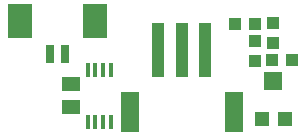
<source format=gbr>
G04 EAGLE Gerber RS-274X export*
G75*
%MOMM*%
%FSLAX34Y34*%
%LPD*%
%INSolderpaste Top*%
%IPPOS*%
%AMOC8*
5,1,8,0,0,1.08239X$1,22.5*%
G01*
%ADD10R,0.400000X1.300000*%
%ADD11R,1.075000X1.000000*%
%ADD12R,1.000000X1.075000*%
%ADD13R,1.500000X1.240000*%
%ADD14R,1.600000X1.500000*%
%ADD15R,1.200000X1.200000*%
%ADD16R,0.800000X1.600000*%
%ADD17R,2.100000X3.000000*%
%ADD18R,1.000000X4.600000*%
%ADD19R,1.600000X3.400000*%


D10*
X72800Y12290D03*
X79300Y12290D03*
X85800Y12290D03*
X92300Y12290D03*
X92300Y56290D03*
X85800Y56290D03*
X79300Y56290D03*
X72800Y56290D03*
D11*
X214240Y95250D03*
X197240Y95250D03*
X245990Y64770D03*
X228990Y64770D03*
D12*
X214630Y80890D03*
X214630Y63890D03*
D13*
X58420Y24790D03*
X58420Y43790D03*
D14*
X229870Y46980D03*
D15*
X219870Y14480D03*
X239870Y14480D03*
D12*
X229870Y79130D03*
X229870Y96130D03*
D16*
X53240Y69850D03*
X40740Y69850D03*
D17*
X78840Y97350D03*
X15140Y97350D03*
D18*
X172400Y72720D03*
X152400Y72720D03*
D19*
X196400Y20720D03*
X108400Y20720D03*
D18*
X132400Y72720D03*
M02*

</source>
